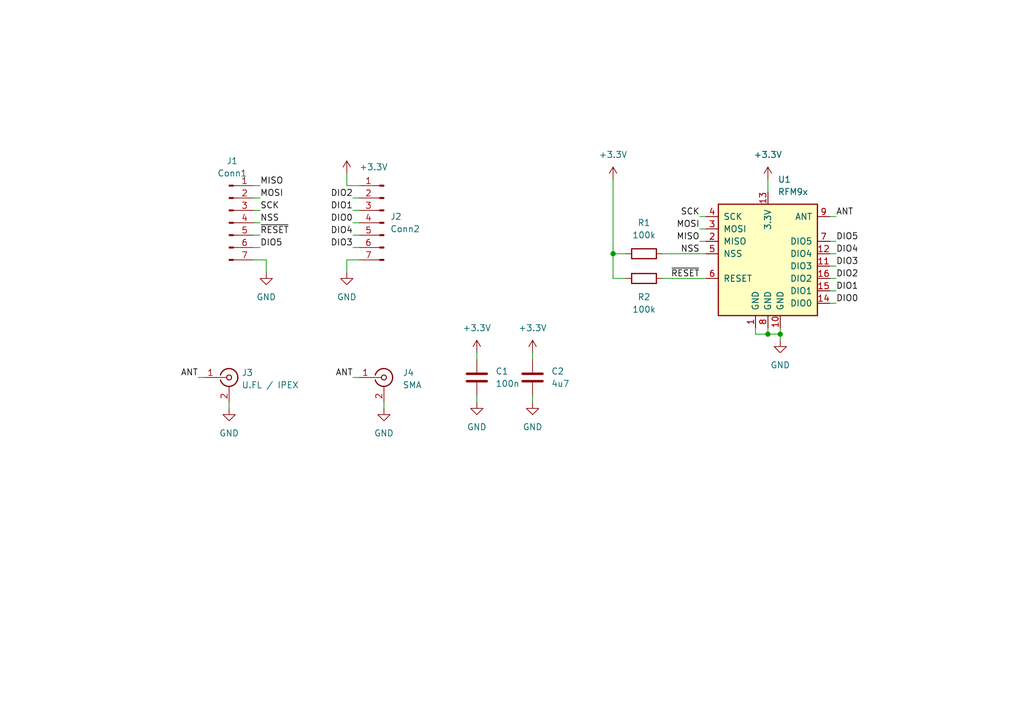
<source format=kicad_sch>
(kicad_sch (version 20211123) (generator eeschema)
  (paper "A5")
  (title_block (title "RFM95/RFM96 Board") (date "2022-12-04") (rev "1") (company "Kai Christian Bader") (comment 1 "CC BY-SA 4.0"))
  (lib_symbols
    (symbol "Connector:Conn_01x07_Male" (pin_names (offset 1.016) hide)
      (property "Reference" "J" (at 0 10.16 0))
      (property "Value" "Conn_01x07_Male" (at 0 -10.16 0))
      (symbol "Conn_01x07_Male_1_1"
        (polyline (pts (xy 1.27 -7.62) (xy 0.8636 -7.62)) (stroke (width 0.1524)))
        (polyline (pts (xy 1.27 -5.08) (xy 0.8636 -5.08)) (stroke (width 0.1524)))
        (polyline (pts (xy 1.27 -2.54) (xy 0.8636 -2.54)) (stroke (width 0.1524)))
        (polyline (pts (xy 1.27 0) (xy 0.8636 0)) (stroke (width 0.1524)))
        (polyline (pts (xy 1.27 2.54) (xy 0.8636 2.54)) (stroke (width 0.1524)))
        (polyline (pts (xy 1.27 5.08) (xy 0.8636 5.08)) (stroke (width 0.1524)))
        (polyline (pts (xy 1.27 7.62) (xy 0.8636 7.62)) (stroke (width 0.1524)))
        (rectangle (start 0.8636 -7.493) (end 0 -7.747) (stroke (width 0.1524)) (fill (type outline)))
        (rectangle (start 0.8636 -4.953) (end 0 -5.207) (stroke (width 0.1524)) (fill (type outline)))
        (rectangle (start 0.8636 -2.413) (end 0 -2.667) (stroke (width 0.1524)) (fill (type outline)))
        (rectangle (start 0.8636 0.127) (end 0 -0.127) (stroke (width 0.1524)) (fill (type outline)))
        (rectangle (start 0.8636 2.667) (end 0 2.413) (stroke (width 0.1524)) (fill (type outline)))
        (rectangle (start 0.8636 5.207) (end 0 4.953) (stroke (width 0.1524)) (fill (type outline)))
        (rectangle (start 0.8636 7.747) (end 0 7.493) (stroke (width 0.1524)) (fill (type outline)))
        (pin passive line (at 5.08 7.62 180) (length 3.81) (name "Pin_1") (number "1"))
        (pin passive line (at 5.08 5.08 180) (length 3.81) (name "Pin_2") (number "2"))
        (pin passive line (at 5.08 2.54 180) (length 3.81) (name "Pin_3") (number "3"))
        (pin passive line (at 5.08 0 180) (length 3.81) (name "Pin_4") (number "4"))
        (pin passive line (at 5.08 -2.54 180) (length 3.81) (name "Pin_5") (number "5"))
        (pin passive line (at 5.08 -5.08 180) (length 3.81) (name "Pin_6") (number "6"))
        (pin passive line (at 5.08 -7.62 180) (length 3.81) (name "Pin_7") (number "7"))
      )
    )
    (symbol "Connector:Conn_Coaxial" (pin_names (offset 1.016) hide)
      (property "Reference" "J" (at 0.254 3.048 0))
      (property "Value" "Conn_Coaxial" (at 2.921 0 90))
      (symbol "Conn_Coaxial_0_1"
        (arc (start -1.778 -0.508) (mid 0.2311 -1.8066) (end 1.778 0) (stroke (width 0.254)))
        (polyline (pts (xy -2.54 0) (xy -0.508 0)))
        (polyline (pts (xy 0 -2.54) (xy 0 -1.778)))
        (circle (center 0 0) (radius 0.508) (stroke (width 0.2032)))
        (arc (start 1.778 0) (mid 0.2099 1.8101) (end -1.778 0.508) (stroke (width 0.254)))
      )
      (symbol "Conn_Coaxial_1_1"
        (pin passive line (at -5.08 0 0) (length 2.54) (name "In") (number "1"))
        (pin passive line (at 0 -5.08 90) (length 2.54) (name "Ext") (number "2"))
      )
    )
    (symbol "Device:C" (pin_numbers hide) (pin_names (offset 0.254))
      (property "Reference" "C" (at 0.635 2.54 0))
      (property "Value" "C" (at 0.635 -2.54 0))
      (symbol "C_0_1"
        (polyline (pts (xy -2.032 -0.762) (xy 2.032 -0.762)) (stroke (width 0.508)))
        (polyline (pts (xy -2.032 0.762) (xy 2.032 0.762)) (stroke (width 0.508)))
      )
      (symbol "C_1_1"
        (pin passive line (at 0 3.81 270) (length 2.794) (name "~") (number "1"))
        (pin passive line (at 0 -3.81 90) (length 2.794) (name "~") (number "2"))
      )
    )
    (symbol "Device:R" (pin_numbers hide) (pin_names (offset 0))
      (property "Reference" "R" (at 2.032 0 90))
      (property "Value" "R" (at 0 0 90))
      (symbol "R_0_1"
        (rectangle (start -1.016 -2.54) (end 1.016 2.54) (stroke (width 0.254)))
      )
      (symbol "R_1_1"
        (pin passive line (at 0 3.81 270) (length 1.27) (name "~") (number "1"))
        (pin passive line (at 0 -3.81 90) (length 1.27) (name "~") (number "2"))
      )
    )
    (symbol "RF_Module:RFM95W-868S2" (pin_names (offset 1.016))
      (property "Reference" "U" (at -10.414 11.684 0))
      (property "Value" "RFM95W-868S2" (at 1.524 11.43 0))
      (symbol "RFM95W-868S2_0_1"
        (rectangle (start -10.16 10.16) (end 10.16 -12.7) (stroke (width 0.254)) (fill (type background)))
      )
      (symbol "RFM95W-868S2_1_1"
        (pin power_in line (at -2.54 -15.24 90) (length 2.54) (name "GND") (number "1"))
        (pin power_in line (at 2.54 -15.24 90) (length 2.54) (name "GND") (number "10"))
        (pin bidirectional line (at 12.7 -2.54 180) (length 2.54) (name "DIO3") (number "11"))
        (pin bidirectional line (at 12.7 0 180) (length 2.54) (name "DIO4") (number "12"))
        (pin power_in line (at 0 12.7 270) (length 2.54) (name "3.3V") (number "13"))
        (pin bidirectional line (at 12.7 -10.16 180) (length 2.54) (name "DIO0") (number "14"))
        (pin bidirectional line (at 12.7 -7.62 180) (length 2.54) (name "DIO1") (number "15"))
        (pin bidirectional line (at 12.7 -5.08 180) (length 2.54) (name "DIO2") (number "16"))
        (pin output line (at -12.7 2.54 0) (length 2.54) (name "MISO") (number "2"))
        (pin input line (at -12.7 5.08 0) (length 2.54) (name "MOSI") (number "3"))
        (pin input line (at -12.7 7.62 0) (length 2.54) (name "SCK") (number "4"))
        (pin input line (at -12.7 0 0) (length 2.54) (name "NSS") (number "5"))
        (pin bidirectional line (at -12.7 -5.08 0) (length 2.54) (name "RESET") (number "6"))
        (pin bidirectional line (at 12.7 2.54 180) (length 2.54) (name "DIO5") (number "7"))
        (pin power_in line (at 0 -15.24 90) (length 2.54) (name "GND") (number "8"))
        (pin bidirectional line (at 12.7 7.62 180) (length 2.54) (name "ANT") (number "9"))
      )
    )
    (symbol "power:+3.3V" (power) (pin_names (offset 0))
      (property "Value" "+3.3V" (at 0 3.556 0))
      (symbol "+3.3V_0_1"
        (polyline (pts (xy -0.762 1.27) (xy 0 2.54)))
        (polyline (pts (xy 0 0) (xy 0 2.54)))
        (polyline (pts (xy 0 2.54) (xy 0.762 1.27)))
      )
      (symbol "+3.3V_1_1"
        (pin power_in line (at 0 0 90) (length 0) hide (name "+3.3V") (number "1"))
      )
    )
    (symbol "power:GND" (power) (pin_names (offset 0))
      (property "Value" "GND" (at 0 -3.81 0))
      (symbol "GND_0_1"
        (polyline (pts (xy 0 0) (xy 0 -1.27) (xy 1.27 -1.27) (xy 0 -2.54) (xy -1.27 -1.27) (xy 0 -1.27)))
      )
      (symbol "GND_1_1"
        (pin power_in line (at 0 0 270) (length 0) hide (name "GND") (number "1"))
      )
    )
  )
  (junction (at 157.48 68.58))
  (junction (at 125.73 52.07))
  (junction (at 160.02 68.58))
  (wire (pts (xy 170.18 54.61) (xy 171.45 54.61)))
  (wire (pts (xy 71.12 38.1) (xy 71.12 35.56)))
  (wire (pts (xy 52.07 45.72) (xy 53.34 45.72)))
  (wire (pts (xy 143.51 44.45) (xy 144.78 44.45)))
  (wire (pts (xy 97.79 81.28) (xy 97.79 82.55)))
  (wire (pts (xy 170.18 57.15) (xy 171.45 57.15)))
  (wire (pts (xy 125.73 52.07) (xy 128.27 52.07)))
  (wire (pts (xy 170.18 52.07) (xy 171.45 52.07)))
  (wire (pts (xy 78.74 82.55) (xy 78.74 83.82)))
  (wire (pts (xy 170.18 49.53) (xy 171.45 49.53)))
  (wire (pts (xy 40.64 77.47) (xy 41.91 77.47)))
  (wire (pts (xy 125.73 52.07) (xy 125.73 36.83)))
  (wire (pts (xy 170.18 62.23) (xy 171.45 62.23)))
  (wire (pts (xy 135.89 52.07) (xy 144.78 52.07)))
  (wire (pts (xy 97.79 72.39) (xy 97.79 73.66)))
  (wire (pts (xy 157.48 67.31) (xy 157.48 68.58)))
  (wire (pts (xy 160.02 68.58) (xy 160.02 67.31)))
  (wire (pts (xy 72.39 48.26) (xy 73.66 48.26)))
  (wire (pts (xy 160.02 69.85) (xy 160.02 68.58)))
  (wire (pts (xy 52.07 40.64) (xy 53.34 40.64)))
  (wire (pts (xy 109.22 72.39) (xy 109.22 73.66)))
  (wire (pts (xy 128.27 57.15) (xy 125.73 57.15)))
  (wire (pts (xy 71.12 53.34) (xy 71.12 55.88)))
  (wire (pts (xy 170.18 44.45) (xy 171.45 44.45)))
  (wire (pts (xy 135.89 57.15) (xy 144.78 57.15)))
  (wire (pts (xy 72.39 40.64) (xy 73.66 40.64)))
  (wire (pts (xy 154.94 67.31) (xy 154.94 68.58)))
  (wire (pts (xy 73.66 53.34) (xy 71.12 53.34)))
  (wire (pts (xy 52.07 48.26) (xy 53.34 48.26)))
  (wire (pts (xy 72.39 50.8) (xy 73.66 50.8)))
  (wire (pts (xy 72.39 45.72) (xy 73.66 45.72)))
  (wire (pts (xy 143.51 49.53) (xy 144.78 49.53)))
  (wire (pts (xy 46.99 82.55) (xy 46.99 83.82)))
  (wire (pts (xy 125.73 57.15) (xy 125.73 52.07)))
  (wire (pts (xy 170.18 59.69) (xy 171.45 59.69)))
  (wire (pts (xy 52.07 43.18) (xy 53.34 43.18)))
  (wire (pts (xy 73.66 38.1) (xy 71.12 38.1)))
  (wire (pts (xy 52.07 38.1) (xy 53.34 38.1)))
  (wire (pts (xy 52.07 53.34) (xy 54.61 53.34)))
  (wire (pts (xy 157.48 68.58) (xy 160.02 68.58)))
  (wire (pts (xy 72.39 77.47) (xy 73.66 77.47)))
  (wire (pts (xy 109.22 81.28) (xy 109.22 82.55)))
  (wire (pts (xy 72.39 43.18) (xy 73.66 43.18)))
  (wire (pts (xy 154.94 68.58) (xy 157.48 68.58)))
  (wire (pts (xy 52.07 50.8) (xy 53.34 50.8)))
  (wire (pts (xy 54.61 53.34) (xy 54.61 55.88)))
  (wire (pts (xy 143.51 46.99) (xy 144.78 46.99)))
  (wire (pts (xy 157.48 36.83) (xy 157.48 39.37)))
  (label "MISO" (at 143.51 49.53 180))
  (label "DIO5" (at 171.45 49.53 0))
  (label "ANT" (at 40.64 77.47 180))
  (label "SCK" (at 53.34 43.18 0))
  (label "~{RESET}" (at 143.51 57.15 180))
  (label "DIO4" (at 72.39 48.26 180))
  (label "DIO1" (at 72.39 43.18 180))
  (label "ANT" (at 72.39 77.47 180))
  (label "DIO5" (at 53.34 50.8 0))
  (label "NSS" (at 53.34 45.72 0))
  (label "~{RESET}" (at 53.34 48.26 0))
  (label "DIO0" (at 171.45 62.23 0))
  (label "DIO2" (at 72.39 40.64 180))
  (label "DIO4" (at 171.45 52.07 0))
  (label "NSS" (at 143.51 52.07 180))
  (label "DIO3" (at 72.39 50.8 180))
  (label "MOSI" (at 53.34 40.64 0))
  (label "DIO1" (at 171.45 59.69 0))
  (label "SCK" (at 143.51 44.45 180))
  (label "ANT" (at 171.45 44.45 0))
  (label "DIO3" (at 171.45 54.61 0))
  (label "MISO" (at 53.34 38.1 0))
  (label "MOSI" (at 143.51 46.99 180))
  (label "DIO0" (at 72.39 45.72 180))
  (label "DIO2" (at 171.45 57.15 0))
  (symbol (lib_id "Device:R") (at 132.08 57.15 90) (unit 1)
    (property "Reference" "R2" (at 132.08 60.96 90))
    (property "Value" "100k" (at 132.08 63.5 90))
    (property "Footprint" "Resistor_SMD:R_0603_1608Metric_Pad0.98x0.95mm_HandSolder" (effects hide))
  )
  (symbol (lib_id "power:GND") (at 71.12 55.88 0) (unit 1)
    (property "Reference" "#PWR0103" (effects hide))
    (property "Value" "GND" (at 71.12 60.96 0))
  )
  (symbol (lib_id "Device:R") (at 132.08 52.07 90) (unit 1)
    (property "Reference" "R1" (at 132.08 45.72 90))
    (property "Value" "100k" (at 132.08 48.26 90))
    (property "Footprint" "Resistor_SMD:R_0603_1608Metric_Pad0.98x0.95mm_HandSolder" (effects hide))
  )
  (symbol (lib_id "power:GND") (at 54.61 55.88 0) (unit 1)
    (property "Reference" "#PWR0105" (effects hide))
    (property "Value" "GND" (at 54.61 60.96 0))
  )
  (symbol (lib_id "Connector:Conn_Coaxial") (at 46.99 77.47 0) (unit 1)
    (property "Reference" "J3" (at 49.53 76.4931 0) (effects (justify left)))
    (property "Value" "U.FL / IPEX" (at 49.53 79.0331 0) (effects (justify left)))
    (property "Footprint" "Connector_Coaxial:U.FL_Molex_MCRF_73412-0110_Vertical" (effects hide))
    (property "Datasheet" " ~" (effects hide))
  )
  (symbol (lib_id "power:+3.3V") (at 157.48 36.83 0) (unit 1)
    (property "Reference" "#PWR0101" (effects hide))
    (property "Value" "+3.3V" (at 157.48 31.75 0))
  )
  (symbol (lib_id "power:GND") (at 160.02 69.85 0) (unit 1)
    (property "Reference" "#PWR0102" (effects hide))
    (property "Value" "GND" (at 160.02 74.93 0))
  )
  (symbol (lib_id "power:GND") (at 109.22 82.55 0) (unit 1)
    (property "Reference" "#PWR0112" (effects hide))
    (property "Value" "GND" (at 109.22 87.63 0))
  )
  (symbol (lib_id "Device:C") (at 109.22 77.47 0) (unit 1)
    (property "Reference" "C2" (at 113.03 76.1999 0) (effects (justify left)))
    (property "Value" "4u7" (at 113.03 78.7399 0) (effects (justify left)))
    (property "Footprint" "Capacitor_SMD:C_0603_1608Metric_Pad1.08x0.95mm_HandSolder" (effects hide))
  )
  (symbol (lib_id "Device:C") (at 97.79 77.47 0) (unit 1)
    (property "Reference" "C1" (at 101.6 76.1999 0) (effects (justify left)))
    (property "Value" "100n" (at 101.6 78.7399 0) (effects (justify left)))
    (property "Footprint" "Capacitor_SMD:C_0603_1608Metric_Pad1.08x0.95mm_HandSolder" (effects hide))
  )
  (symbol (lib_id "power:+3.3V") (at 109.22 72.39 0) (unit 1)
    (property "Reference" "#PWR0110" (effects hide))
    (property "Value" "+3.3V" (at 109.22 67.31 0))
  )
  (symbol (lib_id "power:+3.3V") (at 97.79 72.39 0) (unit 1)
    (property "Reference" "#PWR0109" (effects hide))
    (property "Value" "+3.3V" (at 97.79 67.31 0))
  )
  (symbol (lib_id "RF_Module:RFM95W-868S2") (at 157.48 52.07 0) (unit 1)
    (property "Reference" "U1" (at 159.4994 36.83 0) (effects (justify left)))
    (property "Value" "RFM9x" (at 159.4994 39.37 0) (effects (justify left)))
    (property "Footprint" "RF_Module:HOPERF_RFM9XW_SMD" (effects hide))
    (property "Datasheet" "https://www.hoperf.com/data/upload/portal/20181127/5bfcbea20e9ef.pdf" (effects hide))
  )
  (symbol (lib_id "power:+3.3V") (at 71.12 35.56 0) (unit 1)
    (property "Reference" "#PWR0104" (effects hide))
    (property "Value" "+3.3V" (at 73.66 34.2899 0) (effects (justify left)))
  )
  (symbol (lib_id "power:+3.3V") (at 125.73 36.83 0) (unit 1)
    (property "Reference" "#PWR0108" (effects hide))
    (property "Value" "+3.3V" (at 125.73 31.75 0))
  )
  (symbol (lib_id "power:GND") (at 46.99 83.82 0) (unit 1)
    (property "Reference" "#PWR0106" (effects hide))
    (property "Value" "GND" (at 46.99 88.9 0))
  )
  (symbol (lib_id "power:GND") (at 78.74 83.82 0) (unit 1)
    (property "Reference" "#PWR0107" (effects hide))
    (property "Value" "GND" (at 78.74 88.9 0))
  )
  (symbol (lib_id "Connector:Conn_01x07_Male") (at 78.74 45.72 0) (mirror y) (unit 1)
    (property "Reference" "J2" (at 80.01 44.4499 0) (effects (justify right)))
    (property "Value" "Conn2" (at 80.01 46.9899 0) (effects (justify right)))
    (property "Footprint" "Connector_PinHeader_2.54mm:PinHeader_1x07_P2.54mm_Vertical" (effects hide))
  )
  (symbol (lib_id "Connector:Conn_Coaxial") (at 78.74 77.47 0) (unit 1)
    (property "Reference" "J4" (at 82.55 76.4931 0) (effects (justify left)))
    (property "Value" "SMA" (at 82.55 79.0331 0) (effects (justify left)))
    (property "Footprint" "Connector_Coaxial:SMA_Samtec_SMA-J-P-X-ST-EM1_EdgeMount" (effects hide))
    (property "Datasheet" " ~" (effects hide))
  )
  (symbol (lib_id "Connector:Conn_01x07_Male") (at 46.99 45.72 0) (unit 1)
    (property "Reference" "J1" (at 47.625 33.02 0))
    (property "Value" "Conn1" (at 47.625 35.56 0))
    (property "Footprint" "Connector_PinHeader_2.54mm:PinHeader_1x07_P2.54mm_Vertical" (effects hide))
  )
  (symbol (lib_id "power:GND") (at 97.79 82.55 0) (unit 1)
    (property "Reference" "#PWR0111" (effects hide))
    (property "Value" "GND" (at 97.79 87.63 0))
  )
)
</source>
